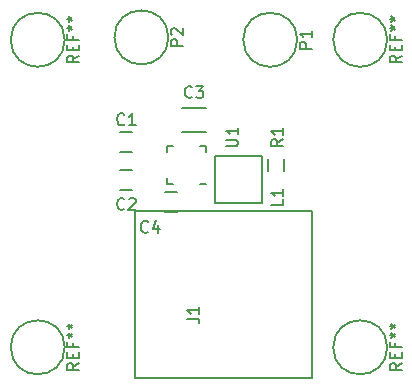
<source format=gbr>
G04 #@! TF.FileFunction,Legend,Top*
%FSLAX46Y46*%
G04 Gerber Fmt 4.6, Leading zero omitted, Abs format (unit mm)*
G04 Created by KiCad (PCBNEW (2015-07-31 BZR 6030)-product) date Sat Sep 12 09:46:02 2015*
%MOMM*%
G01*
G04 APERTURE LIST*
%ADD10C,0.100000*%
%ADD11C,0.150000*%
G04 APERTURE END LIST*
D10*
D11*
X133097800Y-46265400D02*
G75*
G03X133097800Y-46265400I-2286000J0D01*
G01*
X133097800Y-72300400D02*
G75*
G03X133097800Y-72300400I-2286000J0D01*
G01*
X160402800Y-72300400D02*
G75*
G03X160402800Y-72300400I-2286000J0D01*
G01*
X137816800Y-55800400D02*
X138816800Y-55800400D01*
X138816800Y-54100400D02*
X137816800Y-54100400D01*
X137816800Y-58975400D02*
X138816800Y-58975400D01*
X138816800Y-57275400D02*
X137816800Y-57275400D01*
X145031800Y-52020400D02*
X143031800Y-52020400D01*
X143031800Y-54070400D02*
X145031800Y-54070400D01*
X141626800Y-60880400D02*
X142626800Y-60880400D01*
X142626800Y-59180400D02*
X141626800Y-59180400D01*
X154064800Y-60792400D02*
X154064800Y-74889400D01*
X139078800Y-74889400D02*
X139078800Y-60792400D01*
X154064800Y-60792400D02*
X139078800Y-60792400D01*
X154064800Y-74889400D02*
X139078800Y-74889400D01*
X145841800Y-56125400D02*
X149841800Y-56125400D01*
X145841800Y-56125400D02*
X145841800Y-60125400D01*
X145841800Y-60125400D02*
X149841800Y-60125400D01*
X149841800Y-60125400D02*
X149841800Y-56125400D01*
X151691800Y-56355400D02*
X151691800Y-57355400D01*
X150341800Y-57355400D02*
X150341800Y-56355400D01*
X141771800Y-58480400D02*
X141771800Y-57980400D01*
X145021800Y-55230400D02*
X145021800Y-55730400D01*
X141771800Y-55230400D02*
X141771800Y-55730400D01*
X145021800Y-58480400D02*
X144521800Y-58480400D01*
X145021800Y-55230400D02*
X144521800Y-55230400D01*
X141771800Y-55230400D02*
X142271800Y-55230400D01*
X141771800Y-58480400D02*
X142271800Y-58480400D01*
X152782800Y-46265400D02*
G75*
G03X152782800Y-46265400I-2286000J0D01*
G01*
X141872800Y-46060400D02*
G75*
G03X141872800Y-46060400I-2286000J0D01*
G01*
X160402800Y-46265400D02*
G75*
G03X160402800Y-46265400I-2286000J0D01*
G01*
X134312181Y-47598733D02*
X133835990Y-47932067D01*
X134312181Y-48170162D02*
X133312181Y-48170162D01*
X133312181Y-47789209D01*
X133359800Y-47693971D01*
X133407419Y-47646352D01*
X133502657Y-47598733D01*
X133645514Y-47598733D01*
X133740752Y-47646352D01*
X133788371Y-47693971D01*
X133835990Y-47789209D01*
X133835990Y-48170162D01*
X133788371Y-47170162D02*
X133788371Y-46836828D01*
X134312181Y-46693971D02*
X134312181Y-47170162D01*
X133312181Y-47170162D01*
X133312181Y-46693971D01*
X133788371Y-45932066D02*
X133788371Y-46265400D01*
X134312181Y-46265400D02*
X133312181Y-46265400D01*
X133312181Y-45789209D01*
X133312181Y-45265400D02*
X133550276Y-45265400D01*
X133455038Y-45503495D02*
X133550276Y-45265400D01*
X133455038Y-45027304D01*
X133740752Y-45408257D02*
X133550276Y-45265400D01*
X133740752Y-45122542D01*
X133312181Y-44503495D02*
X133550276Y-44503495D01*
X133455038Y-44741590D02*
X133550276Y-44503495D01*
X133455038Y-44265399D01*
X133740752Y-44646352D02*
X133550276Y-44503495D01*
X133740752Y-44360637D01*
X134312181Y-73633733D02*
X133835990Y-73967067D01*
X134312181Y-74205162D02*
X133312181Y-74205162D01*
X133312181Y-73824209D01*
X133359800Y-73728971D01*
X133407419Y-73681352D01*
X133502657Y-73633733D01*
X133645514Y-73633733D01*
X133740752Y-73681352D01*
X133788371Y-73728971D01*
X133835990Y-73824209D01*
X133835990Y-74205162D01*
X133788371Y-73205162D02*
X133788371Y-72871828D01*
X134312181Y-72728971D02*
X134312181Y-73205162D01*
X133312181Y-73205162D01*
X133312181Y-72728971D01*
X133788371Y-71967066D02*
X133788371Y-72300400D01*
X134312181Y-72300400D02*
X133312181Y-72300400D01*
X133312181Y-71824209D01*
X133312181Y-71300400D02*
X133550276Y-71300400D01*
X133455038Y-71538495D02*
X133550276Y-71300400D01*
X133455038Y-71062304D01*
X133740752Y-71443257D02*
X133550276Y-71300400D01*
X133740752Y-71157542D01*
X133312181Y-70538495D02*
X133550276Y-70538495D01*
X133455038Y-70776590D02*
X133550276Y-70538495D01*
X133455038Y-70300399D01*
X133740752Y-70681352D02*
X133550276Y-70538495D01*
X133740752Y-70395637D01*
X161617181Y-73633733D02*
X161140990Y-73967067D01*
X161617181Y-74205162D02*
X160617181Y-74205162D01*
X160617181Y-73824209D01*
X160664800Y-73728971D01*
X160712419Y-73681352D01*
X160807657Y-73633733D01*
X160950514Y-73633733D01*
X161045752Y-73681352D01*
X161093371Y-73728971D01*
X161140990Y-73824209D01*
X161140990Y-74205162D01*
X161093371Y-73205162D02*
X161093371Y-72871828D01*
X161617181Y-72728971D02*
X161617181Y-73205162D01*
X160617181Y-73205162D01*
X160617181Y-72728971D01*
X161093371Y-71967066D02*
X161093371Y-72300400D01*
X161617181Y-72300400D02*
X160617181Y-72300400D01*
X160617181Y-71824209D01*
X160617181Y-71300400D02*
X160855276Y-71300400D01*
X160760038Y-71538495D02*
X160855276Y-71300400D01*
X160760038Y-71062304D01*
X161045752Y-71443257D02*
X160855276Y-71300400D01*
X161045752Y-71157542D01*
X160617181Y-70538495D02*
X160855276Y-70538495D01*
X160760038Y-70776590D02*
X160855276Y-70538495D01*
X160760038Y-70300399D01*
X161045752Y-70681352D02*
X160855276Y-70538495D01*
X161045752Y-70395637D01*
X138150134Y-53402543D02*
X138102515Y-53450162D01*
X137959658Y-53497781D01*
X137864420Y-53497781D01*
X137721562Y-53450162D01*
X137626324Y-53354924D01*
X137578705Y-53259686D01*
X137531086Y-53069210D01*
X137531086Y-52926352D01*
X137578705Y-52735876D01*
X137626324Y-52640638D01*
X137721562Y-52545400D01*
X137864420Y-52497781D01*
X137959658Y-52497781D01*
X138102515Y-52545400D01*
X138150134Y-52593019D01*
X139102515Y-53497781D02*
X138531086Y-53497781D01*
X138816800Y-53497781D02*
X138816800Y-52497781D01*
X138721562Y-52640638D01*
X138626324Y-52735876D01*
X138531086Y-52783495D01*
X138150134Y-60582543D02*
X138102515Y-60630162D01*
X137959658Y-60677781D01*
X137864420Y-60677781D01*
X137721562Y-60630162D01*
X137626324Y-60534924D01*
X137578705Y-60439686D01*
X137531086Y-60249210D01*
X137531086Y-60106352D01*
X137578705Y-59915876D01*
X137626324Y-59820638D01*
X137721562Y-59725400D01*
X137864420Y-59677781D01*
X137959658Y-59677781D01*
X138102515Y-59725400D01*
X138150134Y-59773019D01*
X138531086Y-59773019D02*
X138578705Y-59725400D01*
X138673943Y-59677781D01*
X138912039Y-59677781D01*
X139007277Y-59725400D01*
X139054896Y-59773019D01*
X139102515Y-59868257D01*
X139102515Y-59963495D01*
X139054896Y-60106352D01*
X138483467Y-60677781D01*
X139102515Y-60677781D01*
X143865134Y-51102543D02*
X143817515Y-51150162D01*
X143674658Y-51197781D01*
X143579420Y-51197781D01*
X143436562Y-51150162D01*
X143341324Y-51054924D01*
X143293705Y-50959686D01*
X143246086Y-50769210D01*
X143246086Y-50626352D01*
X143293705Y-50435876D01*
X143341324Y-50340638D01*
X143436562Y-50245400D01*
X143579420Y-50197781D01*
X143674658Y-50197781D01*
X143817515Y-50245400D01*
X143865134Y-50293019D01*
X144198467Y-50197781D02*
X144817515Y-50197781D01*
X144484181Y-50578733D01*
X144627039Y-50578733D01*
X144722277Y-50626352D01*
X144769896Y-50673971D01*
X144817515Y-50769210D01*
X144817515Y-51007305D01*
X144769896Y-51102543D01*
X144722277Y-51150162D01*
X144627039Y-51197781D01*
X144341324Y-51197781D01*
X144246086Y-51150162D01*
X144198467Y-51102543D01*
X140170134Y-62497543D02*
X140122515Y-62545162D01*
X139979658Y-62592781D01*
X139884420Y-62592781D01*
X139741562Y-62545162D01*
X139646324Y-62449924D01*
X139598705Y-62354686D01*
X139551086Y-62164210D01*
X139551086Y-62021352D01*
X139598705Y-61830876D01*
X139646324Y-61735638D01*
X139741562Y-61640400D01*
X139884420Y-61592781D01*
X139979658Y-61592781D01*
X140122515Y-61640400D01*
X140170134Y-61688019D01*
X141027277Y-61926114D02*
X141027277Y-62592781D01*
X140789181Y-61545162D02*
X140551086Y-62259448D01*
X141170134Y-62259448D01*
X143484181Y-69888733D02*
X144198467Y-69888733D01*
X144341324Y-69936353D01*
X144436562Y-70031591D01*
X144484181Y-70174448D01*
X144484181Y-70269686D01*
X144484181Y-68888733D02*
X144484181Y-69460162D01*
X144484181Y-69174448D02*
X143484181Y-69174448D01*
X143627038Y-69269686D01*
X143722276Y-69364924D01*
X143769895Y-69460162D01*
X151584181Y-59767066D02*
X151584181Y-60243257D01*
X150584181Y-60243257D01*
X151584181Y-58909923D02*
X151584181Y-59481352D01*
X151584181Y-59195638D02*
X150584181Y-59195638D01*
X150727038Y-59290876D01*
X150822276Y-59386114D01*
X150869895Y-59481352D01*
X151584181Y-54687066D02*
X151107990Y-55020400D01*
X151584181Y-55258495D02*
X150584181Y-55258495D01*
X150584181Y-54877542D01*
X150631800Y-54782304D01*
X150679419Y-54734685D01*
X150774657Y-54687066D01*
X150917514Y-54687066D01*
X151012752Y-54734685D01*
X151060371Y-54782304D01*
X151107990Y-54877542D01*
X151107990Y-55258495D01*
X151584181Y-53734685D02*
X151584181Y-54306114D01*
X151584181Y-54020400D02*
X150584181Y-54020400D01*
X150727038Y-54115638D01*
X150822276Y-54210876D01*
X150869895Y-54306114D01*
X146774181Y-55282305D02*
X147583705Y-55282305D01*
X147678943Y-55234686D01*
X147726562Y-55187067D01*
X147774181Y-55091829D01*
X147774181Y-54901352D01*
X147726562Y-54806114D01*
X147678943Y-54758495D01*
X147583705Y-54710876D01*
X146774181Y-54710876D01*
X147774181Y-53710876D02*
X147774181Y-54282305D01*
X147774181Y-53996591D02*
X146774181Y-53996591D01*
X146917038Y-54091829D01*
X147012276Y-54187067D01*
X147059895Y-54282305D01*
X153997181Y-47003495D02*
X152997181Y-47003495D01*
X152997181Y-46622542D01*
X153044800Y-46527304D01*
X153092419Y-46479685D01*
X153187657Y-46432066D01*
X153330514Y-46432066D01*
X153425752Y-46479685D01*
X153473371Y-46527304D01*
X153520990Y-46622542D01*
X153520990Y-47003495D01*
X153997181Y-45479685D02*
X153997181Y-46051114D01*
X153997181Y-45765400D02*
X152997181Y-45765400D01*
X153140038Y-45860638D01*
X153235276Y-45955876D01*
X153282895Y-46051114D01*
X143087181Y-46798495D02*
X142087181Y-46798495D01*
X142087181Y-46417542D01*
X142134800Y-46322304D01*
X142182419Y-46274685D01*
X142277657Y-46227066D01*
X142420514Y-46227066D01*
X142515752Y-46274685D01*
X142563371Y-46322304D01*
X142610990Y-46417542D01*
X142610990Y-46798495D01*
X142182419Y-45846114D02*
X142134800Y-45798495D01*
X142087181Y-45703257D01*
X142087181Y-45465161D01*
X142134800Y-45369923D01*
X142182419Y-45322304D01*
X142277657Y-45274685D01*
X142372895Y-45274685D01*
X142515752Y-45322304D01*
X143087181Y-45893733D01*
X143087181Y-45274685D01*
X161617181Y-47598733D02*
X161140990Y-47932067D01*
X161617181Y-48170162D02*
X160617181Y-48170162D01*
X160617181Y-47789209D01*
X160664800Y-47693971D01*
X160712419Y-47646352D01*
X160807657Y-47598733D01*
X160950514Y-47598733D01*
X161045752Y-47646352D01*
X161093371Y-47693971D01*
X161140990Y-47789209D01*
X161140990Y-48170162D01*
X161093371Y-47170162D02*
X161093371Y-46836828D01*
X161617181Y-46693971D02*
X161617181Y-47170162D01*
X160617181Y-47170162D01*
X160617181Y-46693971D01*
X161093371Y-45932066D02*
X161093371Y-46265400D01*
X161617181Y-46265400D02*
X160617181Y-46265400D01*
X160617181Y-45789209D01*
X160617181Y-45265400D02*
X160855276Y-45265400D01*
X160760038Y-45503495D02*
X160855276Y-45265400D01*
X160760038Y-45027304D01*
X161045752Y-45408257D02*
X160855276Y-45265400D01*
X161045752Y-45122542D01*
X160617181Y-44503495D02*
X160855276Y-44503495D01*
X160760038Y-44741590D02*
X160855276Y-44503495D01*
X160760038Y-44265399D01*
X161045752Y-44646352D02*
X160855276Y-44503495D01*
X161045752Y-44360637D01*
M02*

</source>
